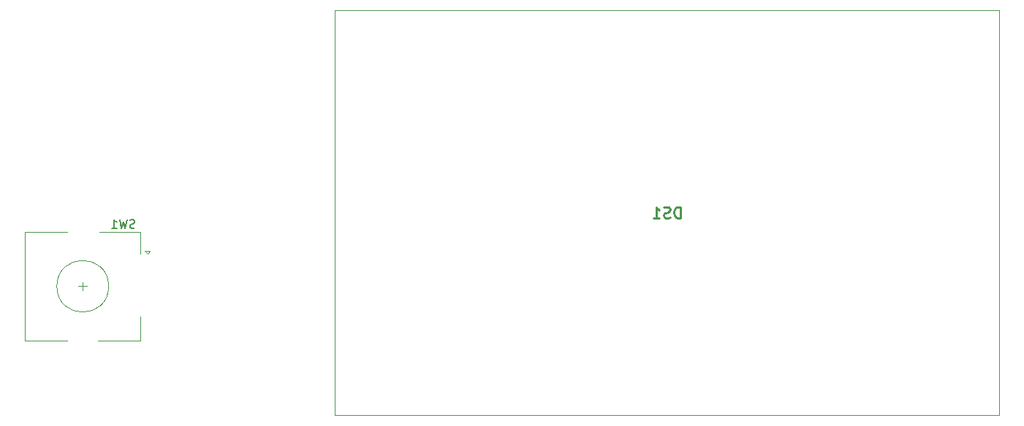
<source format=gbr>
%TF.GenerationSoftware,KiCad,Pcbnew,7.0.7*%
%TF.CreationDate,2023-12-17T16:56:00-07:00*%
%TF.ProjectId,Blank Cu Board,426c616e-6b20-4437-9520-426f6172642e,rev?*%
%TF.SameCoordinates,Original*%
%TF.FileFunction,Legend,Bot*%
%TF.FilePolarity,Positive*%
%FSLAX46Y46*%
G04 Gerber Fmt 4.6, Leading zero omitted, Abs format (unit mm)*
G04 Created by KiCad (PCBNEW 7.0.7) date 2023-12-17 16:56:00*
%MOMM*%
%LPD*%
G01*
G04 APERTURE LIST*
%ADD10C,0.254000*%
%ADD11C,0.150000*%
%ADD12C,0.100000*%
%ADD13C,0.120000*%
G04 APERTURE END LIST*
D10*
X171372143Y-94054318D02*
X171372143Y-92784318D01*
X171372143Y-92784318D02*
X171069762Y-92784318D01*
X171069762Y-92784318D02*
X170888333Y-92844794D01*
X170888333Y-92844794D02*
X170767381Y-92965746D01*
X170767381Y-92965746D02*
X170706904Y-93086699D01*
X170706904Y-93086699D02*
X170646428Y-93328603D01*
X170646428Y-93328603D02*
X170646428Y-93510032D01*
X170646428Y-93510032D02*
X170706904Y-93751937D01*
X170706904Y-93751937D02*
X170767381Y-93872889D01*
X170767381Y-93872889D02*
X170888333Y-93993842D01*
X170888333Y-93993842D02*
X171069762Y-94054318D01*
X171069762Y-94054318D02*
X171372143Y-94054318D01*
X170162619Y-93993842D02*
X169981190Y-94054318D01*
X169981190Y-94054318D02*
X169678809Y-94054318D01*
X169678809Y-94054318D02*
X169557857Y-93993842D01*
X169557857Y-93993842D02*
X169497381Y-93933365D01*
X169497381Y-93933365D02*
X169436904Y-93812413D01*
X169436904Y-93812413D02*
X169436904Y-93691461D01*
X169436904Y-93691461D02*
X169497381Y-93570508D01*
X169497381Y-93570508D02*
X169557857Y-93510032D01*
X169557857Y-93510032D02*
X169678809Y-93449556D01*
X169678809Y-93449556D02*
X169920714Y-93389080D01*
X169920714Y-93389080D02*
X170041666Y-93328603D01*
X170041666Y-93328603D02*
X170102143Y-93268127D01*
X170102143Y-93268127D02*
X170162619Y-93147175D01*
X170162619Y-93147175D02*
X170162619Y-93026222D01*
X170162619Y-93026222D02*
X170102143Y-92905270D01*
X170102143Y-92905270D02*
X170041666Y-92844794D01*
X170041666Y-92844794D02*
X169920714Y-92784318D01*
X169920714Y-92784318D02*
X169618333Y-92784318D01*
X169618333Y-92784318D02*
X169436904Y-92844794D01*
X168227380Y-94054318D02*
X168953095Y-94054318D01*
X168590238Y-94054318D02*
X168590238Y-92784318D01*
X168590238Y-92784318D02*
X168711190Y-92965746D01*
X168711190Y-92965746D02*
X168832142Y-93086699D01*
X168832142Y-93086699D02*
X168953095Y-93147175D01*
D11*
X108173332Y-95197200D02*
X108030475Y-95244819D01*
X108030475Y-95244819D02*
X107792380Y-95244819D01*
X107792380Y-95244819D02*
X107697142Y-95197200D01*
X107697142Y-95197200D02*
X107649523Y-95149580D01*
X107649523Y-95149580D02*
X107601904Y-95054342D01*
X107601904Y-95054342D02*
X107601904Y-94959104D01*
X107601904Y-94959104D02*
X107649523Y-94863866D01*
X107649523Y-94863866D02*
X107697142Y-94816247D01*
X107697142Y-94816247D02*
X107792380Y-94768628D01*
X107792380Y-94768628D02*
X107982856Y-94721009D01*
X107982856Y-94721009D02*
X108078094Y-94673390D01*
X108078094Y-94673390D02*
X108125713Y-94625771D01*
X108125713Y-94625771D02*
X108173332Y-94530533D01*
X108173332Y-94530533D02*
X108173332Y-94435295D01*
X108173332Y-94435295D02*
X108125713Y-94340057D01*
X108125713Y-94340057D02*
X108078094Y-94292438D01*
X108078094Y-94292438D02*
X107982856Y-94244819D01*
X107982856Y-94244819D02*
X107744761Y-94244819D01*
X107744761Y-94244819D02*
X107601904Y-94292438D01*
X107268570Y-94244819D02*
X107030475Y-95244819D01*
X107030475Y-95244819D02*
X106839999Y-94530533D01*
X106839999Y-94530533D02*
X106649523Y-95244819D01*
X106649523Y-95244819D02*
X106411428Y-94244819D01*
X105506666Y-95244819D02*
X106078094Y-95244819D01*
X105792380Y-95244819D02*
X105792380Y-94244819D01*
X105792380Y-94244819D02*
X105887618Y-94387676D01*
X105887618Y-94387676D02*
X105982856Y-94482914D01*
X105982856Y-94482914D02*
X106078094Y-94530533D01*
D12*
%TO.C,DS1*%
X208330000Y-116980000D02*
X208330000Y-69980000D01*
X208330000Y-69980000D02*
X131330000Y-69980000D01*
X131330000Y-116980000D02*
X208330000Y-116980000D01*
X131330000Y-69980000D02*
X131330000Y-116980000D01*
D13*
%TO.C,SW1*%
X109940000Y-97890000D02*
X109340000Y-97890000D01*
X109640000Y-98190000D02*
X109940000Y-97890000D01*
X109340000Y-97890000D02*
X109640000Y-98190000D01*
X108840000Y-108290000D02*
X108840000Y-105490000D01*
X108840000Y-95690000D02*
X108840000Y-98190000D01*
X104040000Y-95690000D02*
X108840000Y-95690000D01*
X103940000Y-108290000D02*
X108840000Y-108290000D01*
X102640000Y-101990000D02*
X101640000Y-101990000D01*
X102140000Y-101490000D02*
X102140000Y-102490000D01*
X100340000Y-95690000D02*
X95440000Y-95690000D01*
X95440000Y-108290000D02*
X100340000Y-108290000D01*
X95440000Y-95690000D02*
X95440000Y-108290000D01*
X105140000Y-101990000D02*
G75*
G03*
X105140000Y-101990000I-3000000J0D01*
G01*
%TD*%
M02*

</source>
